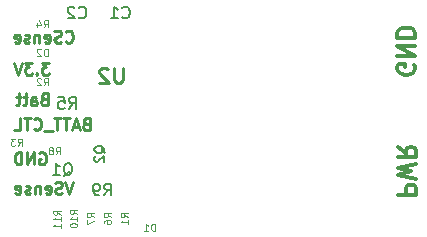
<source format=gbr>
%TF.GenerationSoftware,KiCad,Pcbnew,(6.0.10-0)*%
%TF.CreationDate,2023-02-01T10:43:54-08:00*%
%TF.ProjectId,mosfet_breakout_1.0,6d6f7366-6574-45f6-9272-65616b6f7574,rev?*%
%TF.SameCoordinates,Original*%
%TF.FileFunction,Legend,Bot*%
%TF.FilePolarity,Positive*%
%FSLAX46Y46*%
G04 Gerber Fmt 4.6, Leading zero omitted, Abs format (unit mm)*
G04 Created by KiCad (PCBNEW (6.0.10-0)) date 2023-02-01 10:43:54*
%MOMM*%
%LPD*%
G01*
G04 APERTURE LIST*
%ADD10C,0.250000*%
%ADD11C,0.300000*%
%ADD12C,0.150000*%
%ADD13C,0.100000*%
%ADD14C,0.254000*%
G04 APERTURE END LIST*
D10*
X134176190Y-53352380D02*
X133557142Y-53352380D01*
X133890476Y-53733333D01*
X133747619Y-53733333D01*
X133652380Y-53780952D01*
X133604761Y-53828571D01*
X133557142Y-53923809D01*
X133557142Y-54161904D01*
X133604761Y-54257142D01*
X133652380Y-54304761D01*
X133747619Y-54352380D01*
X134033333Y-54352380D01*
X134128571Y-54304761D01*
X134176190Y-54257142D01*
X133128571Y-54257142D02*
X133080952Y-54304761D01*
X133128571Y-54352380D01*
X133176190Y-54304761D01*
X133128571Y-54257142D01*
X133128571Y-54352380D01*
X132747619Y-53352380D02*
X132128571Y-53352380D01*
X132461904Y-53733333D01*
X132319047Y-53733333D01*
X132223809Y-53780952D01*
X132176190Y-53828571D01*
X132128571Y-53923809D01*
X132128571Y-54161904D01*
X132176190Y-54257142D01*
X132223809Y-54304761D01*
X132319047Y-54352380D01*
X132604761Y-54352380D01*
X132700000Y-54304761D01*
X132747619Y-54257142D01*
X131842857Y-53352380D02*
X131509523Y-54352380D01*
X131176190Y-53352380D01*
X133349904Y-61000000D02*
X133445142Y-60952380D01*
X133588000Y-60952380D01*
X133730857Y-61000000D01*
X133826095Y-61095238D01*
X133873714Y-61190476D01*
X133921333Y-61380952D01*
X133921333Y-61523809D01*
X133873714Y-61714285D01*
X133826095Y-61809523D01*
X133730857Y-61904761D01*
X133588000Y-61952380D01*
X133492761Y-61952380D01*
X133349904Y-61904761D01*
X133302285Y-61857142D01*
X133302285Y-61523809D01*
X133492761Y-61523809D01*
X132873714Y-61952380D02*
X132873714Y-60952380D01*
X132302285Y-61952380D01*
X132302285Y-60952380D01*
X131826095Y-61952380D02*
X131826095Y-60952380D01*
X131588000Y-60952380D01*
X131445142Y-61000000D01*
X131349904Y-61095238D01*
X131302285Y-61190476D01*
X131254666Y-61380952D01*
X131254666Y-61523809D01*
X131302285Y-61714285D01*
X131349904Y-61809523D01*
X131445142Y-61904761D01*
X131588000Y-61952380D01*
X131826095Y-61952380D01*
D11*
X165088000Y-53517657D02*
X165159428Y-53660514D01*
X165159428Y-53874800D01*
X165088000Y-54089085D01*
X164945142Y-54231942D01*
X164802285Y-54303371D01*
X164516571Y-54374800D01*
X164302285Y-54374800D01*
X164016571Y-54303371D01*
X163873714Y-54231942D01*
X163730857Y-54089085D01*
X163659428Y-53874800D01*
X163659428Y-53731942D01*
X163730857Y-53517657D01*
X163802285Y-53446228D01*
X164302285Y-53446228D01*
X164302285Y-53731942D01*
X163659428Y-52803371D02*
X165159428Y-52803371D01*
X163659428Y-51946228D01*
X165159428Y-51946228D01*
X163659428Y-51231942D02*
X165159428Y-51231942D01*
X165159428Y-50874800D01*
X165088000Y-50660514D01*
X164945142Y-50517657D01*
X164802285Y-50446228D01*
X164516571Y-50374800D01*
X164302285Y-50374800D01*
X164016571Y-50446228D01*
X163873714Y-50517657D01*
X163730857Y-50660514D01*
X163659428Y-50874800D01*
X163659428Y-51231942D01*
X163710228Y-64534800D02*
X165210228Y-64534800D01*
X165210228Y-63963371D01*
X165138800Y-63820514D01*
X165067371Y-63749085D01*
X164924514Y-63677657D01*
X164710228Y-63677657D01*
X164567371Y-63749085D01*
X164495942Y-63820514D01*
X164424514Y-63963371D01*
X164424514Y-64534800D01*
X165210228Y-63177657D02*
X163710228Y-62820514D01*
X164781657Y-62534800D01*
X163710228Y-62249085D01*
X165210228Y-61891942D01*
X163710228Y-60463371D02*
X164424514Y-60963371D01*
X163710228Y-61320514D02*
X165210228Y-61320514D01*
X165210228Y-60749085D01*
X165138800Y-60606228D01*
X165067371Y-60534800D01*
X164924514Y-60463371D01*
X164710228Y-60463371D01*
X164567371Y-60534800D01*
X164495942Y-60606228D01*
X164424514Y-60749085D01*
X164424514Y-61320514D01*
D10*
X133752380Y-56428571D02*
X133609523Y-56476190D01*
X133561904Y-56523809D01*
X133514285Y-56619047D01*
X133514285Y-56761904D01*
X133561904Y-56857142D01*
X133609523Y-56904761D01*
X133704761Y-56952380D01*
X134085714Y-56952380D01*
X134085714Y-55952380D01*
X133752380Y-55952380D01*
X133657142Y-56000000D01*
X133609523Y-56047619D01*
X133561904Y-56142857D01*
X133561904Y-56238095D01*
X133609523Y-56333333D01*
X133657142Y-56380952D01*
X133752380Y-56428571D01*
X134085714Y-56428571D01*
X132657142Y-56952380D02*
X132657142Y-56428571D01*
X132704761Y-56333333D01*
X132800000Y-56285714D01*
X132990476Y-56285714D01*
X133085714Y-56333333D01*
X132657142Y-56904761D02*
X132752380Y-56952380D01*
X132990476Y-56952380D01*
X133085714Y-56904761D01*
X133133333Y-56809523D01*
X133133333Y-56714285D01*
X133085714Y-56619047D01*
X132990476Y-56571428D01*
X132752380Y-56571428D01*
X132657142Y-56523809D01*
X132323809Y-56285714D02*
X131942857Y-56285714D01*
X132180952Y-55952380D02*
X132180952Y-56809523D01*
X132133333Y-56904761D01*
X132038095Y-56952380D01*
X131942857Y-56952380D01*
X131752380Y-56285714D02*
X131371428Y-56285714D01*
X131609523Y-55952380D02*
X131609523Y-56809523D01*
X131561904Y-56904761D01*
X131466666Y-56952380D01*
X131371428Y-56952380D01*
X136223809Y-63452380D02*
X135890476Y-64452380D01*
X135557142Y-63452380D01*
X135271428Y-64404761D02*
X135128571Y-64452380D01*
X134890476Y-64452380D01*
X134795238Y-64404761D01*
X134747619Y-64357142D01*
X134700000Y-64261904D01*
X134700000Y-64166666D01*
X134747619Y-64071428D01*
X134795238Y-64023809D01*
X134890476Y-63976190D01*
X135080952Y-63928571D01*
X135176190Y-63880952D01*
X135223809Y-63833333D01*
X135271428Y-63738095D01*
X135271428Y-63642857D01*
X135223809Y-63547619D01*
X135176190Y-63500000D01*
X135080952Y-63452380D01*
X134842857Y-63452380D01*
X134700000Y-63500000D01*
X133890476Y-64404761D02*
X133985714Y-64452380D01*
X134176190Y-64452380D01*
X134271428Y-64404761D01*
X134319047Y-64309523D01*
X134319047Y-63928571D01*
X134271428Y-63833333D01*
X134176190Y-63785714D01*
X133985714Y-63785714D01*
X133890476Y-63833333D01*
X133842857Y-63928571D01*
X133842857Y-64023809D01*
X134319047Y-64119047D01*
X133414285Y-63785714D02*
X133414285Y-64452380D01*
X133414285Y-63880952D02*
X133366666Y-63833333D01*
X133271428Y-63785714D01*
X133128571Y-63785714D01*
X133033333Y-63833333D01*
X132985714Y-63928571D01*
X132985714Y-64452380D01*
X132557142Y-64404761D02*
X132461904Y-64452380D01*
X132271428Y-64452380D01*
X132176190Y-64404761D01*
X132128571Y-64309523D01*
X132128571Y-64261904D01*
X132176190Y-64166666D01*
X132271428Y-64119047D01*
X132414285Y-64119047D01*
X132509523Y-64071428D01*
X132557142Y-63976190D01*
X132557142Y-63928571D01*
X132509523Y-63833333D01*
X132414285Y-63785714D01*
X132271428Y-63785714D01*
X132176190Y-63833333D01*
X131319047Y-64404761D02*
X131414285Y-64452380D01*
X131604761Y-64452380D01*
X131700000Y-64404761D01*
X131747619Y-64309523D01*
X131747619Y-63928571D01*
X131700000Y-63833333D01*
X131604761Y-63785714D01*
X131414285Y-63785714D01*
X131319047Y-63833333D01*
X131271428Y-63928571D01*
X131271428Y-64023809D01*
X131747619Y-64119047D01*
X137285714Y-58528571D02*
X137142857Y-58576190D01*
X137095238Y-58623809D01*
X137047619Y-58719047D01*
X137047619Y-58861904D01*
X137095238Y-58957142D01*
X137142857Y-59004761D01*
X137238095Y-59052380D01*
X137619047Y-59052380D01*
X137619047Y-58052380D01*
X137285714Y-58052380D01*
X137190476Y-58100000D01*
X137142857Y-58147619D01*
X137095238Y-58242857D01*
X137095238Y-58338095D01*
X137142857Y-58433333D01*
X137190476Y-58480952D01*
X137285714Y-58528571D01*
X137619047Y-58528571D01*
X136666666Y-58766666D02*
X136190476Y-58766666D01*
X136761904Y-59052380D02*
X136428571Y-58052380D01*
X136095238Y-59052380D01*
X135904761Y-58052380D02*
X135333333Y-58052380D01*
X135619047Y-59052380D02*
X135619047Y-58052380D01*
X135142857Y-58052380D02*
X134571428Y-58052380D01*
X134857142Y-59052380D02*
X134857142Y-58052380D01*
X134476190Y-59147619D02*
X133714285Y-59147619D01*
X132904761Y-58957142D02*
X132952380Y-59004761D01*
X133095238Y-59052380D01*
X133190476Y-59052380D01*
X133333333Y-59004761D01*
X133428571Y-58909523D01*
X133476190Y-58814285D01*
X133523809Y-58623809D01*
X133523809Y-58480952D01*
X133476190Y-58290476D01*
X133428571Y-58195238D01*
X133333333Y-58100000D01*
X133190476Y-58052380D01*
X133095238Y-58052380D01*
X132952380Y-58100000D01*
X132904761Y-58147619D01*
X132619047Y-58052380D02*
X132047619Y-58052380D01*
X132333333Y-59052380D02*
X132333333Y-58052380D01*
X131238095Y-59052380D02*
X131714285Y-59052380D01*
X131714285Y-58052380D01*
X135580952Y-51557142D02*
X135628571Y-51604761D01*
X135771428Y-51652380D01*
X135866666Y-51652380D01*
X136009523Y-51604761D01*
X136104761Y-51509523D01*
X136152380Y-51414285D01*
X136200000Y-51223809D01*
X136200000Y-51080952D01*
X136152380Y-50890476D01*
X136104761Y-50795238D01*
X136009523Y-50700000D01*
X135866666Y-50652380D01*
X135771428Y-50652380D01*
X135628571Y-50700000D01*
X135580952Y-50747619D01*
X135200000Y-51604761D02*
X135057142Y-51652380D01*
X134819047Y-51652380D01*
X134723809Y-51604761D01*
X134676190Y-51557142D01*
X134628571Y-51461904D01*
X134628571Y-51366666D01*
X134676190Y-51271428D01*
X134723809Y-51223809D01*
X134819047Y-51176190D01*
X135009523Y-51128571D01*
X135104761Y-51080952D01*
X135152380Y-51033333D01*
X135200000Y-50938095D01*
X135200000Y-50842857D01*
X135152380Y-50747619D01*
X135104761Y-50700000D01*
X135009523Y-50652380D01*
X134771428Y-50652380D01*
X134628571Y-50700000D01*
X133819047Y-51604761D02*
X133914285Y-51652380D01*
X134104761Y-51652380D01*
X134200000Y-51604761D01*
X134247619Y-51509523D01*
X134247619Y-51128571D01*
X134200000Y-51033333D01*
X134104761Y-50985714D01*
X133914285Y-50985714D01*
X133819047Y-51033333D01*
X133771428Y-51128571D01*
X133771428Y-51223809D01*
X134247619Y-51319047D01*
X133342857Y-50985714D02*
X133342857Y-51652380D01*
X133342857Y-51080952D02*
X133295238Y-51033333D01*
X133200000Y-50985714D01*
X133057142Y-50985714D01*
X132961904Y-51033333D01*
X132914285Y-51128571D01*
X132914285Y-51652380D01*
X132485714Y-51604761D02*
X132390476Y-51652380D01*
X132200000Y-51652380D01*
X132104761Y-51604761D01*
X132057142Y-51509523D01*
X132057142Y-51461904D01*
X132104761Y-51366666D01*
X132200000Y-51319047D01*
X132342857Y-51319047D01*
X132438095Y-51271428D01*
X132485714Y-51176190D01*
X132485714Y-51128571D01*
X132438095Y-51033333D01*
X132342857Y-50985714D01*
X132200000Y-50985714D01*
X132104761Y-51033333D01*
X131247619Y-51604761D02*
X131342857Y-51652380D01*
X131533333Y-51652380D01*
X131628571Y-51604761D01*
X131676190Y-51509523D01*
X131676190Y-51128571D01*
X131628571Y-51033333D01*
X131533333Y-50985714D01*
X131342857Y-50985714D01*
X131247619Y-51033333D01*
X131200000Y-51128571D01*
X131200000Y-51223809D01*
X131676190Y-51319047D01*
D12*
%TO.C,Q2*%
X138876595Y-61010809D02*
X138838500Y-60934619D01*
X138762309Y-60858428D01*
X138648023Y-60744142D01*
X138609928Y-60667952D01*
X138609928Y-60591761D01*
X138800404Y-60629857D02*
X138762309Y-60553666D01*
X138686119Y-60477476D01*
X138533738Y-60439380D01*
X138267071Y-60439380D01*
X138114690Y-60477476D01*
X138038500Y-60553666D01*
X138000404Y-60629857D01*
X138000404Y-60782238D01*
X138038500Y-60858428D01*
X138114690Y-60934619D01*
X138267071Y-60972714D01*
X138533738Y-60972714D01*
X138686119Y-60934619D01*
X138762309Y-60858428D01*
X138800404Y-60782238D01*
X138800404Y-60629857D01*
X138076595Y-61277476D02*
X138038500Y-61315571D01*
X138000404Y-61391761D01*
X138000404Y-61582238D01*
X138038500Y-61658428D01*
X138076595Y-61696523D01*
X138152785Y-61734619D01*
X138228976Y-61734619D01*
X138343261Y-61696523D01*
X138800404Y-61239380D01*
X138800404Y-61734619D01*
%TO.C,Q1*%
X135395238Y-62947619D02*
X135490476Y-62900000D01*
X135585714Y-62804761D01*
X135728571Y-62661904D01*
X135823809Y-62614285D01*
X135919047Y-62614285D01*
X135871428Y-62852380D02*
X135966666Y-62804761D01*
X136061904Y-62709523D01*
X136109523Y-62519047D01*
X136109523Y-62185714D01*
X136061904Y-61995238D01*
X135966666Y-61900000D01*
X135871428Y-61852380D01*
X135680952Y-61852380D01*
X135585714Y-61900000D01*
X135490476Y-61995238D01*
X135442857Y-62185714D01*
X135442857Y-62519047D01*
X135490476Y-62709523D01*
X135585714Y-62804761D01*
X135680952Y-62852380D01*
X135871428Y-62852380D01*
X134490476Y-62852380D02*
X135061904Y-62852380D01*
X134776190Y-62852380D02*
X134776190Y-61852380D01*
X134871428Y-61995238D01*
X134966666Y-62090476D01*
X135061904Y-62138095D01*
D13*
%TO.C,R6*%
X139412628Y-66448000D02*
X139126914Y-66248000D01*
X139412628Y-66105142D02*
X138812628Y-66105142D01*
X138812628Y-66333714D01*
X138841200Y-66390857D01*
X138869771Y-66419428D01*
X138926914Y-66448000D01*
X139012628Y-66448000D01*
X139069771Y-66419428D01*
X139098342Y-66390857D01*
X139126914Y-66333714D01*
X139126914Y-66105142D01*
X138812628Y-66962285D02*
X138812628Y-66848000D01*
X138841200Y-66790857D01*
X138869771Y-66762285D01*
X138955485Y-66705142D01*
X139069771Y-66676571D01*
X139298342Y-66676571D01*
X139355485Y-66705142D01*
X139384057Y-66733714D01*
X139412628Y-66790857D01*
X139412628Y-66905142D01*
X139384057Y-66962285D01*
X139355485Y-66990857D01*
X139298342Y-67019428D01*
X139155485Y-67019428D01*
X139098342Y-66990857D01*
X139069771Y-66962285D01*
X139041200Y-66905142D01*
X139041200Y-66790857D01*
X139069771Y-66733714D01*
X139098342Y-66705142D01*
X139155485Y-66676571D01*
D12*
%TO.C,R5*%
X135866666Y-57252380D02*
X136200000Y-56776190D01*
X136438095Y-57252380D02*
X136438095Y-56252380D01*
X136057142Y-56252380D01*
X135961904Y-56300000D01*
X135914285Y-56347619D01*
X135866666Y-56442857D01*
X135866666Y-56585714D01*
X135914285Y-56680952D01*
X135961904Y-56728571D01*
X136057142Y-56776190D01*
X136438095Y-56776190D01*
X134961904Y-56252380D02*
X135438095Y-56252380D01*
X135485714Y-56728571D01*
X135438095Y-56680952D01*
X135342857Y-56633333D01*
X135104761Y-56633333D01*
X135009523Y-56680952D01*
X134961904Y-56728571D01*
X134914285Y-56823809D01*
X134914285Y-57061904D01*
X134961904Y-57157142D01*
X135009523Y-57204761D01*
X135104761Y-57252380D01*
X135342857Y-57252380D01*
X135438095Y-57204761D01*
X135485714Y-57157142D01*
D13*
%TO.C,R7*%
X137990228Y-66448000D02*
X137704514Y-66248000D01*
X137990228Y-66105142D02*
X137390228Y-66105142D01*
X137390228Y-66333714D01*
X137418800Y-66390857D01*
X137447371Y-66419428D01*
X137504514Y-66448000D01*
X137590228Y-66448000D01*
X137647371Y-66419428D01*
X137675942Y-66390857D01*
X137704514Y-66333714D01*
X137704514Y-66105142D01*
X137390228Y-66648000D02*
X137390228Y-67048000D01*
X137990228Y-66790857D01*
%TO.C,R10*%
X136542428Y-66162285D02*
X136256714Y-65962285D01*
X136542428Y-65819428D02*
X135942428Y-65819428D01*
X135942428Y-66048000D01*
X135971000Y-66105142D01*
X135999571Y-66133714D01*
X136056714Y-66162285D01*
X136142428Y-66162285D01*
X136199571Y-66133714D01*
X136228142Y-66105142D01*
X136256714Y-66048000D01*
X136256714Y-65819428D01*
X136542428Y-66733714D02*
X136542428Y-66390857D01*
X136542428Y-66562285D02*
X135942428Y-66562285D01*
X136028142Y-66505142D01*
X136085285Y-66448000D01*
X136113857Y-66390857D01*
X135942428Y-67105142D02*
X135942428Y-67162285D01*
X135971000Y-67219428D01*
X135999571Y-67248000D01*
X136056714Y-67276571D01*
X136171000Y-67305142D01*
X136313857Y-67305142D01*
X136428142Y-67276571D01*
X136485285Y-67248000D01*
X136513857Y-67219428D01*
X136542428Y-67162285D01*
X136542428Y-67105142D01*
X136513857Y-67048000D01*
X136485285Y-67019428D01*
X136428142Y-66990857D01*
X136313857Y-66962285D01*
X136171000Y-66962285D01*
X136056714Y-66990857D01*
X135999571Y-67019428D01*
X135971000Y-67048000D01*
X135942428Y-67105142D01*
%TO.C,R3*%
X131500000Y-60371428D02*
X131700000Y-60085714D01*
X131842857Y-60371428D02*
X131842857Y-59771428D01*
X131614285Y-59771428D01*
X131557142Y-59800000D01*
X131528571Y-59828571D01*
X131500000Y-59885714D01*
X131500000Y-59971428D01*
X131528571Y-60028571D01*
X131557142Y-60057142D01*
X131614285Y-60085714D01*
X131842857Y-60085714D01*
X131300000Y-59771428D02*
X130928571Y-59771428D01*
X131128571Y-60000000D01*
X131042857Y-60000000D01*
X130985714Y-60028571D01*
X130957142Y-60057142D01*
X130928571Y-60114285D01*
X130928571Y-60257142D01*
X130957142Y-60314285D01*
X130985714Y-60342857D01*
X131042857Y-60371428D01*
X131214285Y-60371428D01*
X131271428Y-60342857D01*
X131300000Y-60314285D01*
D12*
%TO.C,C2*%
X136691666Y-49506142D02*
X136739285Y-49553761D01*
X136882142Y-49601380D01*
X136977380Y-49601380D01*
X137120238Y-49553761D01*
X137215476Y-49458523D01*
X137263095Y-49363285D01*
X137310714Y-49172809D01*
X137310714Y-49029952D01*
X137263095Y-48839476D01*
X137215476Y-48744238D01*
X137120238Y-48649000D01*
X136977380Y-48601380D01*
X136882142Y-48601380D01*
X136739285Y-48649000D01*
X136691666Y-48696619D01*
X136310714Y-48696619D02*
X136263095Y-48649000D01*
X136167857Y-48601380D01*
X135929761Y-48601380D01*
X135834523Y-48649000D01*
X135786904Y-48696619D01*
X135739285Y-48791857D01*
X135739285Y-48887095D01*
X135786904Y-49029952D01*
X136358333Y-49601380D01*
X135739285Y-49601380D01*
D13*
%TO.C,D1*%
X143140057Y-67581428D02*
X143140057Y-66981428D01*
X142997200Y-66981428D01*
X142911485Y-67010000D01*
X142854342Y-67067142D01*
X142825771Y-67124285D01*
X142797200Y-67238571D01*
X142797200Y-67324285D01*
X142825771Y-67438571D01*
X142854342Y-67495714D01*
X142911485Y-67552857D01*
X142997200Y-67581428D01*
X143140057Y-67581428D01*
X142225771Y-67581428D02*
X142568628Y-67581428D01*
X142397200Y-67581428D02*
X142397200Y-66981428D01*
X142454342Y-67067142D01*
X142511485Y-67124285D01*
X142568628Y-67152857D01*
%TO.C,R4*%
X133700000Y-50371428D02*
X133900000Y-50085714D01*
X134042857Y-50371428D02*
X134042857Y-49771428D01*
X133814285Y-49771428D01*
X133757142Y-49800000D01*
X133728571Y-49828571D01*
X133700000Y-49885714D01*
X133700000Y-49971428D01*
X133728571Y-50028571D01*
X133757142Y-50057142D01*
X133814285Y-50085714D01*
X134042857Y-50085714D01*
X133185714Y-49971428D02*
X133185714Y-50371428D01*
X133328571Y-49742857D02*
X133471428Y-50171428D01*
X133100000Y-50171428D01*
%TO.C,D2*%
X134046857Y-52771428D02*
X134046857Y-52171428D01*
X133904000Y-52171428D01*
X133818285Y-52200000D01*
X133761142Y-52257142D01*
X133732571Y-52314285D01*
X133704000Y-52428571D01*
X133704000Y-52514285D01*
X133732571Y-52628571D01*
X133761142Y-52685714D01*
X133818285Y-52742857D01*
X133904000Y-52771428D01*
X134046857Y-52771428D01*
X133475428Y-52228571D02*
X133446857Y-52200000D01*
X133389714Y-52171428D01*
X133246857Y-52171428D01*
X133189714Y-52200000D01*
X133161142Y-52228571D01*
X133132571Y-52285714D01*
X133132571Y-52342857D01*
X133161142Y-52428571D01*
X133504000Y-52771428D01*
X133132571Y-52771428D01*
%TO.C,R11*%
X135145428Y-66213085D02*
X134859714Y-66013085D01*
X135145428Y-65870228D02*
X134545428Y-65870228D01*
X134545428Y-66098800D01*
X134574000Y-66155942D01*
X134602571Y-66184514D01*
X134659714Y-66213085D01*
X134745428Y-66213085D01*
X134802571Y-66184514D01*
X134831142Y-66155942D01*
X134859714Y-66098800D01*
X134859714Y-65870228D01*
X135145428Y-66784514D02*
X135145428Y-66441657D01*
X135145428Y-66613085D02*
X134545428Y-66613085D01*
X134631142Y-66555942D01*
X134688285Y-66498800D01*
X134716857Y-66441657D01*
X135145428Y-67355942D02*
X135145428Y-67013085D01*
X135145428Y-67184514D02*
X134545428Y-67184514D01*
X134631142Y-67127371D01*
X134688285Y-67070228D01*
X134716857Y-67013085D01*
%TO.C,R1*%
X140835028Y-66448000D02*
X140549314Y-66248000D01*
X140835028Y-66105142D02*
X140235028Y-66105142D01*
X140235028Y-66333714D01*
X140263600Y-66390857D01*
X140292171Y-66419428D01*
X140349314Y-66448000D01*
X140435028Y-66448000D01*
X140492171Y-66419428D01*
X140520742Y-66390857D01*
X140549314Y-66333714D01*
X140549314Y-66105142D01*
X140835028Y-67019428D02*
X140835028Y-66676571D01*
X140835028Y-66848000D02*
X140235028Y-66848000D01*
X140320742Y-66790857D01*
X140377885Y-66733714D01*
X140406457Y-66676571D01*
%TO.C,R8*%
X134720000Y-61104428D02*
X134920000Y-60818714D01*
X135062857Y-61104428D02*
X135062857Y-60504428D01*
X134834285Y-60504428D01*
X134777142Y-60533000D01*
X134748571Y-60561571D01*
X134720000Y-60618714D01*
X134720000Y-60704428D01*
X134748571Y-60761571D01*
X134777142Y-60790142D01*
X134834285Y-60818714D01*
X135062857Y-60818714D01*
X134377142Y-60761571D02*
X134434285Y-60733000D01*
X134462857Y-60704428D01*
X134491428Y-60647285D01*
X134491428Y-60618714D01*
X134462857Y-60561571D01*
X134434285Y-60533000D01*
X134377142Y-60504428D01*
X134262857Y-60504428D01*
X134205714Y-60533000D01*
X134177142Y-60561571D01*
X134148571Y-60618714D01*
X134148571Y-60647285D01*
X134177142Y-60704428D01*
X134205714Y-60733000D01*
X134262857Y-60761571D01*
X134377142Y-60761571D01*
X134434285Y-60790142D01*
X134462857Y-60818714D01*
X134491428Y-60875857D01*
X134491428Y-60990142D01*
X134462857Y-61047285D01*
X134434285Y-61075857D01*
X134377142Y-61104428D01*
X134262857Y-61104428D01*
X134205714Y-61075857D01*
X134177142Y-61047285D01*
X134148571Y-60990142D01*
X134148571Y-60875857D01*
X134177142Y-60818714D01*
X134205714Y-60790142D01*
X134262857Y-60761571D01*
D12*
%TO.C,R9*%
X138850666Y-64587380D02*
X139184000Y-64111190D01*
X139422095Y-64587380D02*
X139422095Y-63587380D01*
X139041142Y-63587380D01*
X138945904Y-63635000D01*
X138898285Y-63682619D01*
X138850666Y-63777857D01*
X138850666Y-63920714D01*
X138898285Y-64015952D01*
X138945904Y-64063571D01*
X139041142Y-64111190D01*
X139422095Y-64111190D01*
X138374476Y-64587380D02*
X138184000Y-64587380D01*
X138088761Y-64539761D01*
X138041142Y-64492142D01*
X137945904Y-64349285D01*
X137898285Y-64158809D01*
X137898285Y-63777857D01*
X137945904Y-63682619D01*
X137993523Y-63635000D01*
X138088761Y-63587380D01*
X138279238Y-63587380D01*
X138374476Y-63635000D01*
X138422095Y-63682619D01*
X138469714Y-63777857D01*
X138469714Y-64015952D01*
X138422095Y-64111190D01*
X138374476Y-64158809D01*
X138279238Y-64206428D01*
X138088761Y-64206428D01*
X137993523Y-64158809D01*
X137945904Y-64111190D01*
X137898285Y-64015952D01*
D14*
%TO.C,U2*%
X140413619Y-53787523D02*
X140413619Y-54815619D01*
X140353142Y-54936571D01*
X140292666Y-54997047D01*
X140171714Y-55057523D01*
X139929809Y-55057523D01*
X139808857Y-54997047D01*
X139748380Y-54936571D01*
X139687904Y-54815619D01*
X139687904Y-53787523D01*
X139143619Y-53908476D02*
X139083142Y-53848000D01*
X138962190Y-53787523D01*
X138659809Y-53787523D01*
X138538857Y-53848000D01*
X138478380Y-53908476D01*
X138417904Y-54029428D01*
X138417904Y-54150380D01*
X138478380Y-54331809D01*
X139204095Y-55057523D01*
X138417904Y-55057523D01*
D13*
%TO.C,R2*%
X133704000Y-55271428D02*
X133904000Y-54985714D01*
X134046857Y-55271428D02*
X134046857Y-54671428D01*
X133818285Y-54671428D01*
X133761142Y-54700000D01*
X133732571Y-54728571D01*
X133704000Y-54785714D01*
X133704000Y-54871428D01*
X133732571Y-54928571D01*
X133761142Y-54957142D01*
X133818285Y-54985714D01*
X134046857Y-54985714D01*
X133475428Y-54728571D02*
X133446857Y-54700000D01*
X133389714Y-54671428D01*
X133246857Y-54671428D01*
X133189714Y-54700000D01*
X133161142Y-54728571D01*
X133132571Y-54785714D01*
X133132571Y-54842857D01*
X133161142Y-54928571D01*
X133504000Y-55271428D01*
X133132571Y-55271428D01*
D12*
%TO.C,C1*%
X140374666Y-49506142D02*
X140422285Y-49553761D01*
X140565142Y-49601380D01*
X140660380Y-49601380D01*
X140803238Y-49553761D01*
X140898476Y-49458523D01*
X140946095Y-49363285D01*
X140993714Y-49172809D01*
X140993714Y-49029952D01*
X140946095Y-48839476D01*
X140898476Y-48744238D01*
X140803238Y-48649000D01*
X140660380Y-48601380D01*
X140565142Y-48601380D01*
X140422285Y-48649000D01*
X140374666Y-48696619D01*
X139422285Y-49601380D02*
X139993714Y-49601380D01*
X139708000Y-49601380D02*
X139708000Y-48601380D01*
X139803238Y-48744238D01*
X139898476Y-48839476D01*
X139993714Y-48887095D01*
%TD*%
M02*

</source>
